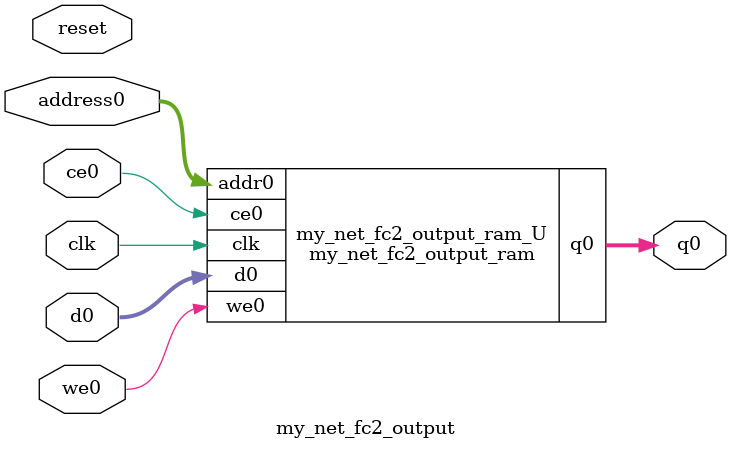
<source format=v>
`timescale 1 ns / 1 ps
module my_net_fc2_output_ram (addr0, ce0, d0, we0, q0,  clk);

parameter DWIDTH = 16;
parameter AWIDTH = 7;
parameter MEM_SIZE = 84;

input[AWIDTH-1:0] addr0;
input ce0;
input[DWIDTH-1:0] d0;
input we0;
output reg[DWIDTH-1:0] q0;
input clk;

(* ram_style = "block" *)reg [DWIDTH-1:0] ram[0:MEM_SIZE-1];




always @(posedge clk)  
begin 
    if (ce0) 
    begin
        if (we0) 
        begin 
            ram[addr0] <= d0; 
        end 
        q0 <= ram[addr0];
    end
end


endmodule

`timescale 1 ns / 1 ps
module my_net_fc2_output(
    reset,
    clk,
    address0,
    ce0,
    we0,
    d0,
    q0);

parameter DataWidth = 32'd16;
parameter AddressRange = 32'd84;
parameter AddressWidth = 32'd7;
input reset;
input clk;
input[AddressWidth - 1:0] address0;
input ce0;
input we0;
input[DataWidth - 1:0] d0;
output[DataWidth - 1:0] q0;



my_net_fc2_output_ram my_net_fc2_output_ram_U(
    .clk( clk ),
    .addr0( address0 ),
    .ce0( ce0 ),
    .we0( we0 ),
    .d0( d0 ),
    .q0( q0 ));

endmodule


</source>
